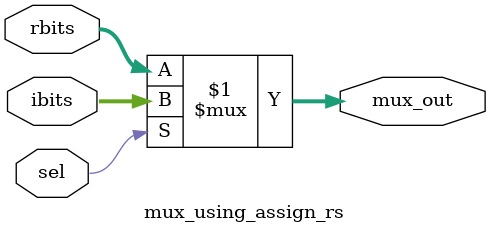
<source format=sv>
module  mux_using_assign_rs #(parameter N =2)(
input[N:0] 	ibits,	rbits,
input		 sel,
output[N:0]	mux_out
			 // Mux first input
			 // Mux Second input

 // Select input      // Mux output
);
//-----------Input Ports---------------
//------------Internal Variables--------
//-------------Code Start-----------------
assign mux_out = (sel) ? ibits : rbits;

endmodule //End Of Module mux

</source>
